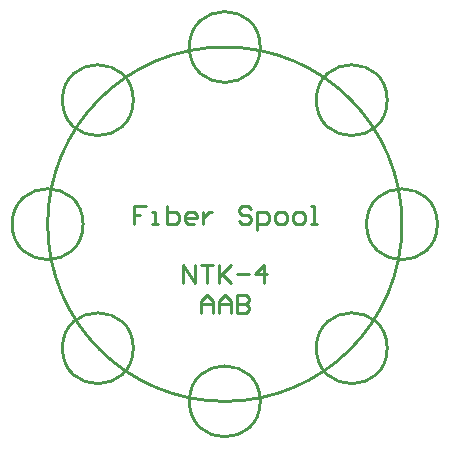
<source format=gto>
G04*
G04 #@! TF.GenerationSoftware,Altium Limited,Altium Designer,18.0.9 (584)*
G04*
G04 Layer_Color=65535*
%FSLAX43Y43*%
%MOMM*%
G71*
G01*
G75*
%ADD10C,0.254*%
D10*
X35000Y0D02*
G03*
X35000Y0I-15000J0D01*
G01*
X12250Y-10500D02*
G03*
X12250Y-10500I-3000J0D01*
G01*
X23000Y-15000D02*
G03*
X23000Y-15000I-3000J0D01*
G01*
X33750Y-10500D02*
G03*
X33750Y-10500I-3000J0D01*
G01*
X8000Y0D02*
G03*
X8000Y0I-3000J0D01*
G01*
X12250Y10500D02*
G03*
X12250Y10500I-3000J0D01*
G01*
X23000Y15000D02*
G03*
X23000Y15000I-3000J0D01*
G01*
X33750Y10500D02*
G03*
X33750Y10500I-3000J0D01*
G01*
X38000Y0D02*
G03*
X38000Y0I-3000J0D01*
G01*
X13326Y1524D02*
X12310D01*
Y762D01*
X12818D01*
X12310D01*
Y0D01*
X13834D02*
X14342D01*
X14088D01*
Y1016D01*
X13834D01*
X15103Y1524D02*
Y0D01*
X15865D01*
X16119Y254D01*
Y508D01*
Y762D01*
X15865Y1016D01*
X15103D01*
X17389Y0D02*
X16881D01*
X16627Y254D01*
Y762D01*
X16881Y1016D01*
X17389D01*
X17643Y762D01*
Y508D01*
X16627D01*
X18150Y1016D02*
Y0D01*
Y508D01*
X18404Y762D01*
X18658Y1016D01*
X18912D01*
X22213Y1270D02*
X21959Y1524D01*
X21451D01*
X21197Y1270D01*
Y1016D01*
X21451Y762D01*
X21959D01*
X22213Y508D01*
Y254D01*
X21959Y0D01*
X21451D01*
X21197Y254D01*
X22721Y-508D02*
Y1016D01*
X23483D01*
X23737Y762D01*
Y254D01*
X23483Y0D01*
X22721D01*
X24498D02*
X25006D01*
X25260Y254D01*
Y762D01*
X25006Y1016D01*
X24498D01*
X24244Y762D01*
Y254D01*
X24498Y0D01*
X26022D02*
X26530D01*
X26784Y254D01*
Y762D01*
X26530Y1016D01*
X26022D01*
X25768Y762D01*
Y254D01*
X26022Y0D01*
X27292D02*
X27799D01*
X27545D01*
Y1524D01*
X27292D01*
X18000Y-7500D02*
Y-6484D01*
X18508Y-5977D01*
X19016Y-6484D01*
Y-7500D01*
Y-6738D01*
X18000D01*
X19524Y-7500D02*
Y-6484D01*
X20031Y-5977D01*
X20539Y-6484D01*
Y-7500D01*
Y-6738D01*
X19524D01*
X21047Y-5977D02*
Y-7500D01*
X21809D01*
X22063Y-7246D01*
Y-6992D01*
X21809Y-6738D01*
X21047D01*
X21809D01*
X22063Y-6484D01*
Y-6230D01*
X21809Y-5977D01*
X21047D01*
X16500Y-5000D02*
Y-3477D01*
X17516Y-5000D01*
Y-3477D01*
X18024D02*
X19039D01*
X18531D01*
Y-5000D01*
X19547Y-3477D02*
Y-5000D01*
Y-4492D01*
X20563Y-3477D01*
X19801Y-4238D01*
X20563Y-5000D01*
X21071Y-4238D02*
X22086D01*
X23356Y-5000D02*
Y-3477D01*
X22594Y-4238D01*
X23610D01*
M02*

</source>
